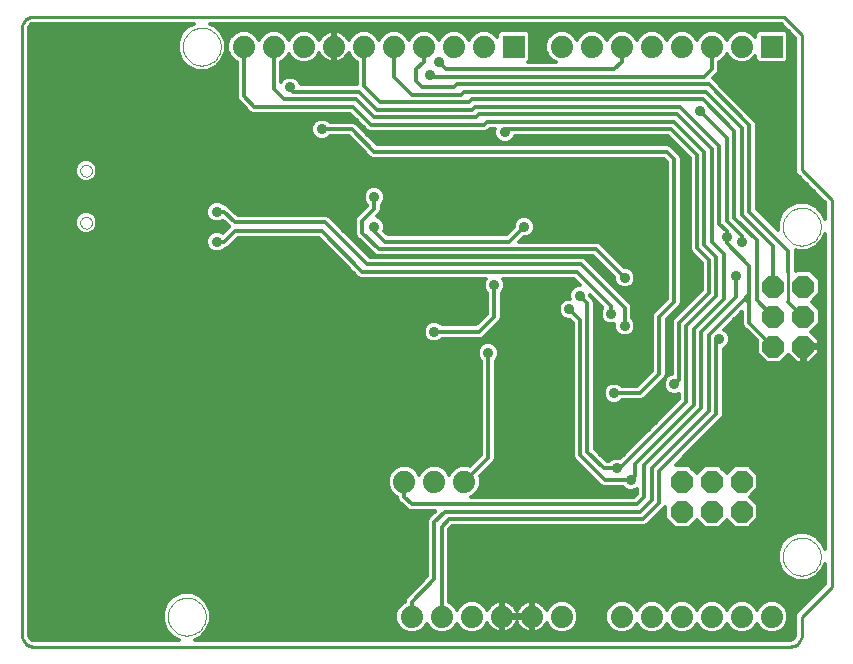
<source format=gbl>
G75*
G70*
%OFA0B0*%
%FSLAX24Y24*%
%IPPOS*%
%LPD*%
%AMOC8*
5,1,8,0,0,1.08239X$1,22.5*
%
%ADD10C,0.0000*%
%ADD11C,0.0100*%
%ADD12C,0.0740*%
%ADD13R,0.0740X0.0740*%
%ADD14OC8,0.0740*%
%ADD15C,0.0120*%
%ADD16C,0.0350*%
D10*
X006069Y002089D02*
X006071Y002139D01*
X006077Y002189D01*
X006087Y002238D01*
X006101Y002286D01*
X006118Y002333D01*
X006139Y002378D01*
X006164Y002422D01*
X006192Y002463D01*
X006224Y002502D01*
X006258Y002539D01*
X006295Y002573D01*
X006335Y002603D01*
X006377Y002630D01*
X006421Y002654D01*
X006467Y002675D01*
X006514Y002691D01*
X006562Y002704D01*
X006612Y002713D01*
X006661Y002718D01*
X006712Y002719D01*
X006762Y002716D01*
X006811Y002709D01*
X006860Y002698D01*
X006908Y002683D01*
X006954Y002665D01*
X006999Y002643D01*
X007042Y002617D01*
X007083Y002588D01*
X007122Y002556D01*
X007158Y002521D01*
X007190Y002483D01*
X007220Y002443D01*
X007247Y002400D01*
X007270Y002356D01*
X007289Y002310D01*
X007305Y002262D01*
X007317Y002213D01*
X007325Y002164D01*
X007329Y002114D01*
X007329Y002064D01*
X007325Y002014D01*
X007317Y001965D01*
X007305Y001916D01*
X007289Y001868D01*
X007270Y001822D01*
X007247Y001778D01*
X007220Y001735D01*
X007190Y001695D01*
X007158Y001657D01*
X007122Y001622D01*
X007083Y001590D01*
X007042Y001561D01*
X006999Y001535D01*
X006954Y001513D01*
X006908Y001495D01*
X006860Y001480D01*
X006811Y001469D01*
X006762Y001462D01*
X006712Y001459D01*
X006661Y001460D01*
X006612Y001465D01*
X006562Y001474D01*
X006514Y001487D01*
X006467Y001503D01*
X006421Y001524D01*
X006377Y001548D01*
X006335Y001575D01*
X006295Y001605D01*
X006258Y001639D01*
X006224Y001676D01*
X006192Y001715D01*
X006164Y001756D01*
X006139Y001800D01*
X006118Y001845D01*
X006101Y001892D01*
X006087Y001940D01*
X006077Y001989D01*
X006071Y002039D01*
X006069Y002089D01*
X003146Y015222D02*
X003148Y015249D01*
X003154Y015276D01*
X003163Y015302D01*
X003176Y015326D01*
X003192Y015349D01*
X003211Y015368D01*
X003233Y015385D01*
X003257Y015399D01*
X003282Y015409D01*
X003309Y015416D01*
X003336Y015419D01*
X003364Y015418D01*
X003391Y015413D01*
X003417Y015405D01*
X003441Y015393D01*
X003464Y015377D01*
X003485Y015359D01*
X003502Y015338D01*
X003517Y015314D01*
X003528Y015289D01*
X003536Y015263D01*
X003540Y015236D01*
X003540Y015208D01*
X003536Y015181D01*
X003528Y015155D01*
X003517Y015130D01*
X003502Y015106D01*
X003485Y015085D01*
X003464Y015067D01*
X003442Y015051D01*
X003417Y015039D01*
X003391Y015031D01*
X003364Y015026D01*
X003336Y015025D01*
X003309Y015028D01*
X003282Y015035D01*
X003257Y015045D01*
X003233Y015059D01*
X003211Y015076D01*
X003192Y015095D01*
X003176Y015118D01*
X003163Y015142D01*
X003154Y015168D01*
X003148Y015195D01*
X003146Y015222D01*
X003146Y016955D02*
X003148Y016982D01*
X003154Y017009D01*
X003163Y017035D01*
X003176Y017059D01*
X003192Y017082D01*
X003211Y017101D01*
X003233Y017118D01*
X003257Y017132D01*
X003282Y017142D01*
X003309Y017149D01*
X003336Y017152D01*
X003364Y017151D01*
X003391Y017146D01*
X003417Y017138D01*
X003441Y017126D01*
X003464Y017110D01*
X003485Y017092D01*
X003502Y017071D01*
X003517Y017047D01*
X003528Y017022D01*
X003536Y016996D01*
X003540Y016969D01*
X003540Y016941D01*
X003536Y016914D01*
X003528Y016888D01*
X003517Y016863D01*
X003502Y016839D01*
X003485Y016818D01*
X003464Y016800D01*
X003442Y016784D01*
X003417Y016772D01*
X003391Y016764D01*
X003364Y016759D01*
X003336Y016758D01*
X003309Y016761D01*
X003282Y016768D01*
X003257Y016778D01*
X003233Y016792D01*
X003211Y016809D01*
X003192Y016828D01*
X003176Y016851D01*
X003163Y016875D01*
X003154Y016901D01*
X003148Y016928D01*
X003146Y016955D01*
X006569Y021089D02*
X006571Y021139D01*
X006577Y021189D01*
X006587Y021238D01*
X006601Y021286D01*
X006618Y021333D01*
X006639Y021378D01*
X006664Y021422D01*
X006692Y021463D01*
X006724Y021502D01*
X006758Y021539D01*
X006795Y021573D01*
X006835Y021603D01*
X006877Y021630D01*
X006921Y021654D01*
X006967Y021675D01*
X007014Y021691D01*
X007062Y021704D01*
X007112Y021713D01*
X007161Y021718D01*
X007212Y021719D01*
X007262Y021716D01*
X007311Y021709D01*
X007360Y021698D01*
X007408Y021683D01*
X007454Y021665D01*
X007499Y021643D01*
X007542Y021617D01*
X007583Y021588D01*
X007622Y021556D01*
X007658Y021521D01*
X007690Y021483D01*
X007720Y021443D01*
X007747Y021400D01*
X007770Y021356D01*
X007789Y021310D01*
X007805Y021262D01*
X007817Y021213D01*
X007825Y021164D01*
X007829Y021114D01*
X007829Y021064D01*
X007825Y021014D01*
X007817Y020965D01*
X007805Y020916D01*
X007789Y020868D01*
X007770Y020822D01*
X007747Y020778D01*
X007720Y020735D01*
X007690Y020695D01*
X007658Y020657D01*
X007622Y020622D01*
X007583Y020590D01*
X007542Y020561D01*
X007499Y020535D01*
X007454Y020513D01*
X007408Y020495D01*
X007360Y020480D01*
X007311Y020469D01*
X007262Y020462D01*
X007212Y020459D01*
X007161Y020460D01*
X007112Y020465D01*
X007062Y020474D01*
X007014Y020487D01*
X006967Y020503D01*
X006921Y020524D01*
X006877Y020548D01*
X006835Y020575D01*
X006795Y020605D01*
X006758Y020639D01*
X006724Y020676D01*
X006692Y020715D01*
X006664Y020756D01*
X006639Y020800D01*
X006618Y020845D01*
X006601Y020892D01*
X006587Y020940D01*
X006577Y020989D01*
X006571Y021039D01*
X006569Y021089D01*
X026569Y015089D02*
X026571Y015139D01*
X026577Y015189D01*
X026587Y015238D01*
X026601Y015286D01*
X026618Y015333D01*
X026639Y015378D01*
X026664Y015422D01*
X026692Y015463D01*
X026724Y015502D01*
X026758Y015539D01*
X026795Y015573D01*
X026835Y015603D01*
X026877Y015630D01*
X026921Y015654D01*
X026967Y015675D01*
X027014Y015691D01*
X027062Y015704D01*
X027112Y015713D01*
X027161Y015718D01*
X027212Y015719D01*
X027262Y015716D01*
X027311Y015709D01*
X027360Y015698D01*
X027408Y015683D01*
X027454Y015665D01*
X027499Y015643D01*
X027542Y015617D01*
X027583Y015588D01*
X027622Y015556D01*
X027658Y015521D01*
X027690Y015483D01*
X027720Y015443D01*
X027747Y015400D01*
X027770Y015356D01*
X027789Y015310D01*
X027805Y015262D01*
X027817Y015213D01*
X027825Y015164D01*
X027829Y015114D01*
X027829Y015064D01*
X027825Y015014D01*
X027817Y014965D01*
X027805Y014916D01*
X027789Y014868D01*
X027770Y014822D01*
X027747Y014778D01*
X027720Y014735D01*
X027690Y014695D01*
X027658Y014657D01*
X027622Y014622D01*
X027583Y014590D01*
X027542Y014561D01*
X027499Y014535D01*
X027454Y014513D01*
X027408Y014495D01*
X027360Y014480D01*
X027311Y014469D01*
X027262Y014462D01*
X027212Y014459D01*
X027161Y014460D01*
X027112Y014465D01*
X027062Y014474D01*
X027014Y014487D01*
X026967Y014503D01*
X026921Y014524D01*
X026877Y014548D01*
X026835Y014575D01*
X026795Y014605D01*
X026758Y014639D01*
X026724Y014676D01*
X026692Y014715D01*
X026664Y014756D01*
X026639Y014800D01*
X026618Y014845D01*
X026601Y014892D01*
X026587Y014940D01*
X026577Y014989D01*
X026571Y015039D01*
X026569Y015089D01*
X026569Y004089D02*
X026571Y004139D01*
X026577Y004189D01*
X026587Y004238D01*
X026601Y004286D01*
X026618Y004333D01*
X026639Y004378D01*
X026664Y004422D01*
X026692Y004463D01*
X026724Y004502D01*
X026758Y004539D01*
X026795Y004573D01*
X026835Y004603D01*
X026877Y004630D01*
X026921Y004654D01*
X026967Y004675D01*
X027014Y004691D01*
X027062Y004704D01*
X027112Y004713D01*
X027161Y004718D01*
X027212Y004719D01*
X027262Y004716D01*
X027311Y004709D01*
X027360Y004698D01*
X027408Y004683D01*
X027454Y004665D01*
X027499Y004643D01*
X027542Y004617D01*
X027583Y004588D01*
X027622Y004556D01*
X027658Y004521D01*
X027690Y004483D01*
X027720Y004443D01*
X027747Y004400D01*
X027770Y004356D01*
X027789Y004310D01*
X027805Y004262D01*
X027817Y004213D01*
X027825Y004164D01*
X027829Y004114D01*
X027829Y004064D01*
X027825Y004014D01*
X027817Y003965D01*
X027805Y003916D01*
X027789Y003868D01*
X027770Y003822D01*
X027747Y003778D01*
X027720Y003735D01*
X027690Y003695D01*
X027658Y003657D01*
X027622Y003622D01*
X027583Y003590D01*
X027542Y003561D01*
X027499Y003535D01*
X027454Y003513D01*
X027408Y003495D01*
X027360Y003480D01*
X027311Y003469D01*
X027262Y003462D01*
X027212Y003459D01*
X027161Y003460D01*
X027112Y003465D01*
X027062Y003474D01*
X027014Y003487D01*
X026967Y003503D01*
X026921Y003524D01*
X026877Y003548D01*
X026835Y003575D01*
X026795Y003605D01*
X026758Y003639D01*
X026724Y003676D01*
X026692Y003715D01*
X026664Y003756D01*
X026639Y003800D01*
X026618Y003845D01*
X026601Y003892D01*
X026587Y003940D01*
X026577Y003989D01*
X026571Y004039D01*
X026569Y004089D01*
D11*
X026806Y001089D02*
X001593Y001089D01*
X001593Y001088D02*
X001554Y001090D01*
X001516Y001096D01*
X001479Y001105D01*
X001442Y001118D01*
X001407Y001135D01*
X001374Y001154D01*
X001343Y001177D01*
X001314Y001203D01*
X001288Y001232D01*
X001265Y001263D01*
X001246Y001296D01*
X001229Y001331D01*
X001216Y001368D01*
X001207Y001405D01*
X001201Y001443D01*
X001199Y001482D01*
X001199Y021695D01*
X001201Y021734D01*
X001207Y021772D01*
X001216Y021809D01*
X001229Y021846D01*
X001246Y021881D01*
X001265Y021914D01*
X001288Y021945D01*
X001314Y021974D01*
X001343Y022000D01*
X001374Y022023D01*
X001407Y022042D01*
X001442Y022059D01*
X001479Y022072D01*
X001516Y022081D01*
X001554Y022087D01*
X001593Y022089D01*
X026599Y022089D01*
X027199Y021489D01*
X027199Y016989D01*
X028199Y015989D01*
X028199Y003089D01*
X027199Y002089D01*
X027199Y001482D01*
X027200Y001482D02*
X027198Y001443D01*
X027192Y001405D01*
X027183Y001368D01*
X027170Y001331D01*
X027153Y001296D01*
X027134Y001263D01*
X027111Y001232D01*
X027085Y001203D01*
X027056Y001177D01*
X027025Y001154D01*
X026992Y001135D01*
X026957Y001118D01*
X026920Y001105D01*
X026883Y001096D01*
X026845Y001090D01*
X026806Y001088D01*
X026749Y012589D02*
X026749Y013589D01*
D12*
X025199Y021089D03*
X024199Y021089D03*
X023199Y021089D03*
X022199Y021089D03*
X021199Y021089D03*
X020199Y021089D03*
X019199Y021089D03*
X016599Y021089D03*
X015599Y021089D03*
X014599Y021089D03*
X013599Y021089D03*
X012599Y021089D03*
X011599Y021089D03*
X010599Y021089D03*
X009599Y021089D03*
X008599Y021089D03*
X013949Y006589D03*
X014949Y006589D03*
X015949Y006589D03*
X016199Y002089D03*
X017199Y002089D03*
X018199Y002089D03*
X019199Y002089D03*
X021199Y002089D03*
X022199Y002089D03*
X023199Y002089D03*
X024199Y002089D03*
X025199Y002089D03*
X026199Y002089D03*
X015199Y002089D03*
X014199Y002089D03*
D13*
X017599Y021089D03*
X026199Y021089D03*
D14*
X026249Y013089D03*
X027249Y013089D03*
X027249Y012089D03*
X026249Y012089D03*
X026249Y011089D03*
X027249Y011089D03*
X025199Y006589D03*
X024199Y006589D03*
X023199Y006589D03*
X023199Y005589D03*
X024199Y005589D03*
X025199Y005589D03*
D15*
X025749Y005593D02*
X027969Y005593D01*
X027969Y005475D02*
X025749Y005475D01*
X025749Y005361D02*
X025749Y005816D01*
X025477Y006088D01*
X025749Y006361D01*
X025749Y006816D01*
X025427Y007138D01*
X024972Y007138D01*
X024699Y006866D01*
X024427Y007138D01*
X023972Y007138D01*
X023699Y006866D01*
X023427Y007138D01*
X022989Y007138D01*
X024485Y008635D01*
X024553Y008703D01*
X024589Y008791D01*
X024589Y011012D01*
X024650Y011038D01*
X024750Y011137D01*
X024804Y011268D01*
X024804Y011409D01*
X024750Y011540D01*
X024650Y011639D01*
X024607Y011657D01*
X025209Y012259D01*
X025209Y011841D01*
X025246Y011753D01*
X025313Y011685D01*
X025313Y011685D01*
X025699Y011299D01*
X025699Y010861D01*
X026022Y010539D01*
X026477Y010539D01*
X026764Y010825D01*
X027030Y010559D01*
X027209Y010559D01*
X027209Y011048D01*
X027289Y011048D01*
X027289Y010559D01*
X027469Y010559D01*
X027779Y010869D01*
X027779Y011048D01*
X027290Y011048D01*
X027290Y011129D01*
X027779Y011129D01*
X027779Y011308D01*
X027513Y011574D01*
X027799Y011861D01*
X027799Y012316D01*
X027527Y012589D01*
X027799Y012861D01*
X027799Y013316D01*
X027477Y013638D01*
X027022Y013638D01*
X026989Y013606D01*
X026989Y014299D01*
X027038Y014279D01*
X027360Y014279D01*
X027658Y014402D01*
X027886Y014630D01*
X027969Y014831D01*
X027969Y004346D01*
X027886Y004547D01*
X027658Y004775D01*
X027360Y004898D01*
X027038Y004898D01*
X026741Y004775D01*
X026513Y004547D01*
X026389Y004250D01*
X026389Y003927D01*
X026513Y003630D01*
X026741Y003402D01*
X027038Y003279D01*
X027360Y003279D01*
X027658Y003402D01*
X027886Y003630D01*
X027969Y003831D01*
X027969Y003184D01*
X027104Y002318D01*
X026969Y002184D01*
X026969Y001577D01*
X026969Y001482D01*
X026966Y001450D01*
X026942Y001391D01*
X026897Y001346D01*
X026838Y001322D01*
X026806Y001318D01*
X006957Y001318D01*
X007158Y001402D01*
X007386Y001630D01*
X007509Y001927D01*
X007509Y002250D01*
X007386Y002547D01*
X007158Y002775D01*
X006860Y002898D01*
X006538Y002898D01*
X006241Y002775D01*
X006013Y002547D01*
X005889Y002250D01*
X005889Y001927D01*
X006013Y001630D01*
X006241Y001402D01*
X006442Y001318D01*
X001688Y001318D01*
X001593Y001318D01*
X001561Y001322D01*
X001502Y001346D01*
X001457Y001391D01*
X001432Y001450D01*
X001429Y001482D01*
X001429Y021600D01*
X001429Y021695D01*
X001432Y021727D01*
X001457Y021786D01*
X001502Y021831D01*
X001561Y021855D01*
X001593Y021859D01*
X006942Y021859D01*
X006741Y021775D01*
X006513Y021547D01*
X006389Y021250D01*
X006389Y020927D01*
X006513Y020630D01*
X006741Y020402D01*
X007038Y020279D01*
X007360Y020279D01*
X007658Y020402D01*
X007886Y020630D01*
X008009Y020927D01*
X008009Y021250D01*
X007886Y021547D01*
X007658Y021775D01*
X007457Y021859D01*
X026504Y021859D01*
X026969Y021393D01*
X026969Y016893D01*
X027104Y016759D01*
X027969Y015893D01*
X027969Y015346D01*
X027886Y015547D01*
X027658Y015775D01*
X027360Y015898D01*
X027038Y015898D01*
X026741Y015775D01*
X026513Y015547D01*
X026389Y015250D01*
X026389Y014988D01*
X025689Y015688D01*
X025689Y018536D01*
X025653Y018624D01*
X025585Y018692D01*
X024239Y020038D01*
X024403Y020203D01*
X024439Y020291D01*
X024439Y020386D01*
X024439Y020593D01*
X024511Y020622D01*
X024666Y020777D01*
X024699Y020858D01*
X024733Y020777D01*
X024888Y020622D01*
X025090Y020539D01*
X025309Y020539D01*
X025511Y020622D01*
X025649Y020761D01*
X025649Y020644D01*
X025755Y020539D01*
X026644Y020539D01*
X026749Y020644D01*
X026749Y021533D01*
X026644Y021638D01*
X025755Y021638D01*
X025649Y021533D01*
X025649Y021416D01*
X025511Y021555D01*
X025309Y021638D01*
X025090Y021638D01*
X024888Y021555D01*
X024733Y021400D01*
X024699Y021319D01*
X024666Y021400D01*
X024511Y021555D01*
X024309Y021638D01*
X024090Y021638D01*
X023888Y021555D01*
X023733Y021400D01*
X023699Y021319D01*
X023666Y021400D01*
X023511Y021555D01*
X023309Y021638D01*
X023090Y021638D01*
X022888Y021555D01*
X022733Y021400D01*
X022699Y021319D01*
X022666Y021400D01*
X022511Y021555D01*
X022309Y021638D01*
X022090Y021638D01*
X021888Y021555D01*
X021733Y021400D01*
X021699Y021319D01*
X021666Y021400D01*
X021511Y021555D01*
X021309Y021638D01*
X021090Y021638D01*
X020888Y021555D01*
X020733Y021400D01*
X020699Y021319D01*
X020666Y021400D01*
X020511Y021555D01*
X020309Y021638D01*
X020090Y021638D01*
X019888Y021555D01*
X019733Y021400D01*
X019699Y021319D01*
X019666Y021400D01*
X019511Y021555D01*
X019309Y021638D01*
X019090Y021638D01*
X018888Y021555D01*
X018733Y021400D01*
X018649Y021198D01*
X018649Y020979D01*
X018733Y020777D01*
X018888Y020622D01*
X018994Y020578D01*
X018084Y020578D01*
X018149Y020644D01*
X018149Y021533D01*
X018044Y021638D01*
X017155Y021638D01*
X017049Y021533D01*
X017049Y021416D01*
X016911Y021555D01*
X016709Y021638D01*
X016490Y021638D01*
X016288Y021555D01*
X016133Y021400D01*
X016099Y021319D01*
X016066Y021400D01*
X015911Y021555D01*
X015709Y021638D01*
X015490Y021638D01*
X015288Y021555D01*
X015133Y021400D01*
X015099Y021319D01*
X015066Y021400D01*
X014911Y021555D01*
X014709Y021638D01*
X014490Y021638D01*
X014288Y021555D01*
X014133Y021400D01*
X014099Y021319D01*
X014066Y021400D01*
X013911Y021555D01*
X013709Y021638D01*
X013490Y021638D01*
X013288Y021555D01*
X013133Y021400D01*
X013099Y021319D01*
X013066Y021400D01*
X012911Y021555D01*
X012709Y021638D01*
X012490Y021638D01*
X012288Y021555D01*
X012133Y021400D01*
X012089Y021294D01*
X012053Y021366D01*
X012004Y021434D01*
X011945Y021493D01*
X011877Y021542D01*
X011803Y021580D01*
X011723Y021605D01*
X011641Y021618D01*
X011639Y021618D01*
X011639Y021129D01*
X011559Y021129D01*
X011559Y021618D01*
X011558Y021618D01*
X011475Y021605D01*
X011396Y021580D01*
X011322Y021542D01*
X011254Y021493D01*
X011195Y021434D01*
X011146Y021366D01*
X011109Y021294D01*
X011066Y021400D01*
X010911Y021555D01*
X010709Y021638D01*
X010490Y021638D01*
X010288Y021555D01*
X010133Y021400D01*
X010099Y021319D01*
X010066Y021400D01*
X009911Y021555D01*
X009709Y021638D01*
X009490Y021638D01*
X009288Y021555D01*
X009133Y021400D01*
X009099Y021319D01*
X009066Y021400D01*
X008911Y021555D01*
X008709Y021638D01*
X008490Y021638D01*
X008288Y021555D01*
X008133Y021400D01*
X008049Y021198D01*
X008049Y020979D01*
X008133Y020777D01*
X008288Y020622D01*
X008359Y020593D01*
X008359Y019486D01*
X008359Y019391D01*
X008396Y019303D01*
X008746Y018953D01*
X008813Y018885D01*
X008902Y018849D01*
X012150Y018849D01*
X012646Y018353D01*
X012713Y018285D01*
X012802Y018249D01*
X016552Y018249D01*
X016647Y018249D01*
X016735Y018285D01*
X016799Y018349D01*
X016961Y018349D01*
X016944Y018309D01*
X016944Y018168D01*
X016998Y018037D01*
X017098Y017938D01*
X017229Y017884D01*
X017370Y017884D01*
X017500Y017938D01*
X017600Y018037D01*
X017626Y018099D01*
X022750Y018099D01*
X023459Y017389D01*
X023459Y014436D01*
X023459Y014341D01*
X023496Y014253D01*
X023859Y013889D01*
X023859Y012988D01*
X022963Y012092D01*
X022896Y012024D01*
X022859Y011936D01*
X022859Y010185D01*
X022748Y010139D01*
X022648Y010040D01*
X022594Y009909D01*
X022594Y009768D01*
X022648Y009637D01*
X022748Y009538D01*
X022879Y009484D01*
X023020Y009484D01*
X023109Y009521D01*
X023109Y009338D01*
X021152Y007380D01*
X021120Y007393D01*
X020979Y007393D01*
X020848Y007339D01*
X020787Y007278D01*
X020699Y007278D01*
X020289Y007688D01*
X020289Y012491D01*
X020289Y012586D01*
X020253Y012674D01*
X020154Y012773D01*
X020154Y012794D01*
X020554Y012395D01*
X020548Y012390D01*
X020494Y012259D01*
X020494Y012118D01*
X020548Y011987D01*
X020648Y011888D01*
X020779Y011834D01*
X020920Y011834D01*
X020944Y011844D01*
X020944Y011718D01*
X020998Y011587D01*
X021098Y011488D01*
X021229Y011434D01*
X021370Y011434D01*
X021500Y011488D01*
X021600Y011587D01*
X021654Y011718D01*
X021654Y011859D01*
X021600Y011990D01*
X021539Y012051D01*
X021539Y012436D01*
X021503Y012524D01*
X021435Y012592D01*
X019985Y014042D01*
X019897Y014078D01*
X019802Y014078D01*
X012799Y014078D01*
X011435Y015442D01*
X011347Y015478D01*
X011252Y015478D01*
X008399Y015478D01*
X008085Y015792D01*
X007997Y015828D01*
X007961Y015828D01*
X007900Y015889D01*
X007770Y015943D01*
X007629Y015943D01*
X007498Y015889D01*
X007398Y015790D01*
X007344Y015659D01*
X007344Y015518D01*
X007398Y015387D01*
X007498Y015288D01*
X007629Y015234D01*
X007770Y015234D01*
X007900Y015288D01*
X007906Y015293D01*
X008096Y015103D01*
X008110Y015089D01*
X008096Y015074D01*
X007906Y014884D01*
X007900Y014889D01*
X007770Y014943D01*
X007629Y014943D01*
X007498Y014889D01*
X007398Y014790D01*
X007344Y014659D01*
X007344Y014518D01*
X007398Y014387D01*
X007498Y014288D01*
X007629Y014234D01*
X007770Y014234D01*
X007900Y014288D01*
X007961Y014349D01*
X007997Y014349D01*
X008085Y014385D01*
X008399Y014699D01*
X011100Y014699D01*
X012346Y013453D01*
X012346Y013453D01*
X012413Y013385D01*
X012502Y013349D01*
X016657Y013349D01*
X016648Y013340D01*
X016594Y013209D01*
X016594Y013068D01*
X016648Y012937D01*
X016709Y012876D01*
X016709Y012188D01*
X016350Y011828D01*
X015211Y011828D01*
X015150Y011889D01*
X015020Y011943D01*
X014879Y011943D01*
X014748Y011889D01*
X014648Y011790D01*
X014594Y011659D01*
X014594Y011518D01*
X014648Y011387D01*
X014748Y011288D01*
X014879Y011234D01*
X015020Y011234D01*
X015150Y011288D01*
X015211Y011349D01*
X016497Y011349D01*
X016585Y011385D01*
X016653Y011453D01*
X017153Y011953D01*
X017189Y012041D01*
X017189Y012136D01*
X017189Y012876D01*
X017250Y012937D01*
X017304Y013068D01*
X017304Y013209D01*
X017250Y013340D01*
X017241Y013349D01*
X019600Y013349D01*
X019805Y013143D01*
X019729Y013143D01*
X019598Y013089D01*
X019498Y012990D01*
X019444Y012859D01*
X019444Y012718D01*
X019455Y012693D01*
X019379Y012693D01*
X019248Y012639D01*
X019148Y012540D01*
X019094Y012409D01*
X019094Y012268D01*
X019148Y012137D01*
X019248Y012038D01*
X019379Y011984D01*
X019465Y011984D01*
X019559Y011889D01*
X019559Y007441D01*
X019596Y007353D01*
X019663Y007285D01*
X020446Y006503D01*
X020513Y006435D01*
X020602Y006399D01*
X021237Y006399D01*
X021298Y006338D01*
X021429Y006284D01*
X021570Y006284D01*
X021700Y006338D01*
X021709Y006347D01*
X021709Y006188D01*
X021600Y006078D01*
X016155Y006078D01*
X016261Y006122D01*
X016416Y006277D01*
X016499Y006479D01*
X016499Y006698D01*
X016470Y006769D01*
X016953Y007253D01*
X019696Y007253D01*
X019588Y007371D02*
X016989Y007371D01*
X016989Y007341D02*
X016989Y007436D01*
X016989Y010626D01*
X017050Y010687D01*
X017104Y010818D01*
X017104Y010959D01*
X017050Y011090D01*
X016950Y011189D01*
X016820Y011243D01*
X016679Y011243D01*
X016548Y011189D01*
X016448Y011090D01*
X016394Y010959D01*
X016394Y010818D01*
X016448Y010687D01*
X016509Y010626D01*
X016509Y007488D01*
X016130Y007109D01*
X016059Y007138D01*
X015840Y007138D01*
X015638Y007055D01*
X015483Y006900D01*
X015449Y006819D01*
X015416Y006900D01*
X015261Y007055D01*
X015059Y007138D01*
X014840Y007138D01*
X014638Y007055D01*
X014483Y006900D01*
X014449Y006819D01*
X014416Y006900D01*
X014261Y007055D01*
X014059Y007138D01*
X013840Y007138D01*
X013638Y007055D01*
X013483Y006900D01*
X013399Y006698D01*
X013399Y006479D01*
X013483Y006277D01*
X013638Y006122D01*
X013709Y006093D01*
X013709Y006041D01*
X013746Y005953D01*
X013813Y005885D01*
X013813Y005885D01*
X013996Y005703D01*
X013996Y005703D01*
X014063Y005635D01*
X014152Y005599D01*
X014970Y005599D01*
X014813Y005442D01*
X014746Y005374D01*
X014709Y005286D01*
X014709Y003438D01*
X014063Y002792D01*
X013996Y002724D01*
X013959Y002636D01*
X013959Y002584D01*
X013888Y002555D01*
X013733Y002400D01*
X013649Y002198D01*
X013649Y001979D01*
X013733Y001777D01*
X013888Y001622D01*
X014090Y001539D01*
X014309Y001539D01*
X014511Y001622D01*
X014666Y001777D01*
X014699Y001858D01*
X014733Y001777D01*
X014888Y001622D01*
X015090Y001539D01*
X015309Y001539D01*
X015511Y001622D01*
X015666Y001777D01*
X015699Y001858D01*
X015733Y001777D01*
X015888Y001622D01*
X016090Y001539D01*
X016309Y001539D01*
X016511Y001622D01*
X016666Y001777D01*
X016709Y001883D01*
X016746Y001811D01*
X016795Y001743D01*
X016854Y001684D01*
X016922Y001635D01*
X016996Y001597D01*
X017075Y001572D01*
X017158Y001559D01*
X017159Y001559D01*
X017159Y002048D01*
X017239Y002048D01*
X017239Y001559D01*
X017241Y001559D01*
X017323Y001572D01*
X017403Y001597D01*
X017477Y001635D01*
X017545Y001684D01*
X017604Y001743D01*
X017653Y001811D01*
X017691Y001885D01*
X017699Y001912D01*
X017708Y001885D01*
X017746Y001811D01*
X017795Y001743D01*
X017854Y001684D01*
X017922Y001635D01*
X017996Y001597D01*
X018075Y001572D01*
X018158Y001559D01*
X018159Y001559D01*
X018159Y002048D01*
X018239Y002048D01*
X018239Y001559D01*
X018241Y001559D01*
X018323Y001572D01*
X018403Y001597D01*
X018477Y001635D01*
X018545Y001684D01*
X018604Y001743D01*
X018653Y001811D01*
X018689Y001883D01*
X018733Y001777D01*
X018888Y001622D01*
X019090Y001539D01*
X019309Y001539D01*
X019511Y001622D01*
X019666Y001777D01*
X019749Y001979D01*
X019749Y002198D01*
X019666Y002400D01*
X019511Y002555D01*
X019309Y002638D01*
X019090Y002638D01*
X018888Y002555D01*
X018733Y002400D01*
X018689Y002294D01*
X018653Y002366D01*
X018604Y002434D01*
X018545Y002493D01*
X018477Y002542D01*
X018403Y002580D01*
X018323Y002605D01*
X018241Y002618D01*
X018239Y002618D01*
X018239Y002129D01*
X018159Y002129D01*
X018159Y002618D01*
X018158Y002618D01*
X018075Y002605D01*
X017996Y002580D01*
X017922Y002542D01*
X017854Y002493D01*
X017795Y002434D01*
X017746Y002366D01*
X017708Y002292D01*
X017699Y002265D01*
X017691Y002292D01*
X017653Y002366D01*
X017604Y002434D01*
X017545Y002493D01*
X017477Y002542D01*
X017403Y002580D01*
X017323Y002605D01*
X017241Y002618D01*
X017239Y002618D01*
X017239Y002129D01*
X017159Y002129D01*
X017159Y002618D01*
X017158Y002618D01*
X017075Y002605D01*
X016996Y002580D01*
X016922Y002542D01*
X016854Y002493D01*
X016795Y002434D01*
X016746Y002366D01*
X016709Y002294D01*
X016666Y002400D01*
X016511Y002555D01*
X016309Y002638D01*
X016090Y002638D01*
X015888Y002555D01*
X015733Y002400D01*
X015699Y002319D01*
X015666Y002400D01*
X015511Y002555D01*
X015439Y002584D01*
X015439Y004989D01*
X015549Y005099D01*
X021947Y005099D01*
X022035Y005135D01*
X022103Y005203D01*
X022649Y005749D01*
X022649Y005361D01*
X022972Y005039D01*
X023427Y005039D01*
X023699Y005311D01*
X023972Y005039D01*
X024427Y005039D01*
X024699Y005311D01*
X024972Y005039D01*
X025427Y005039D01*
X025749Y005361D01*
X025745Y005356D02*
X027969Y005356D01*
X027969Y005238D02*
X025626Y005238D01*
X025508Y005119D02*
X027969Y005119D01*
X027969Y005000D02*
X015451Y005000D01*
X015439Y004882D02*
X026998Y004882D01*
X026729Y004763D02*
X015439Y004763D01*
X015439Y004645D02*
X026610Y004645D01*
X026504Y004526D02*
X015439Y004526D01*
X015439Y004408D02*
X026455Y004408D01*
X026406Y004289D02*
X015439Y004289D01*
X015439Y004171D02*
X026389Y004171D01*
X026389Y004052D02*
X015439Y004052D01*
X015439Y003934D02*
X026389Y003934D01*
X026436Y003815D02*
X015439Y003815D01*
X015439Y003696D02*
X026485Y003696D01*
X026565Y003578D02*
X015439Y003578D01*
X015439Y003459D02*
X026683Y003459D01*
X026888Y003341D02*
X015439Y003341D01*
X015439Y003222D02*
X027969Y003222D01*
X027969Y003341D02*
X027511Y003341D01*
X027716Y003459D02*
X027969Y003459D01*
X027969Y003578D02*
X027834Y003578D01*
X027914Y003696D02*
X027969Y003696D01*
X027963Y003815D02*
X027969Y003815D01*
X027944Y004408D02*
X027969Y004408D01*
X027969Y004526D02*
X027895Y004526D01*
X027969Y004645D02*
X027788Y004645D01*
X027670Y004763D02*
X027969Y004763D01*
X027969Y004882D02*
X027400Y004882D01*
X027969Y005712D02*
X025749Y005712D01*
X025735Y005830D02*
X027969Y005830D01*
X027969Y005949D02*
X025617Y005949D01*
X025498Y006067D02*
X027969Y006067D01*
X027969Y006186D02*
X025575Y006186D01*
X025693Y006304D02*
X027969Y006304D01*
X027969Y006423D02*
X025749Y006423D01*
X025749Y006541D02*
X027969Y006541D01*
X027969Y006660D02*
X025749Y006660D01*
X025749Y006779D02*
X027969Y006779D01*
X027969Y006897D02*
X025669Y006897D01*
X025550Y007016D02*
X027969Y007016D01*
X027969Y007134D02*
X025431Y007134D01*
X024967Y007134D02*
X024431Y007134D01*
X024550Y007016D02*
X024849Y007016D01*
X024730Y006897D02*
X024669Y006897D01*
X023967Y007134D02*
X023431Y007134D01*
X023550Y007016D02*
X023849Y007016D01*
X023730Y006897D02*
X023669Y006897D01*
X023222Y007371D02*
X027969Y007371D01*
X027969Y007253D02*
X023103Y007253D01*
X023340Y007490D02*
X027969Y007490D01*
X027969Y007608D02*
X023459Y007608D01*
X023577Y007727D02*
X027969Y007727D01*
X027969Y007845D02*
X023696Y007845D01*
X023814Y007964D02*
X027969Y007964D01*
X027969Y008083D02*
X023933Y008083D01*
X024051Y008201D02*
X027969Y008201D01*
X027969Y008320D02*
X024170Y008320D01*
X024288Y008438D02*
X027969Y008438D01*
X027969Y008557D02*
X024407Y008557D01*
X024526Y008675D02*
X027969Y008675D01*
X027969Y008794D02*
X024589Y008794D01*
X024589Y008912D02*
X027969Y008912D01*
X027969Y009031D02*
X024589Y009031D01*
X024589Y009149D02*
X027969Y009149D01*
X027969Y009268D02*
X024589Y009268D01*
X024589Y009387D02*
X027969Y009387D01*
X027969Y009505D02*
X024589Y009505D01*
X024589Y009624D02*
X027969Y009624D01*
X027969Y009742D02*
X024589Y009742D01*
X024589Y009861D02*
X027969Y009861D01*
X027969Y009979D02*
X024589Y009979D01*
X024589Y010098D02*
X027969Y010098D01*
X027969Y010216D02*
X024589Y010216D01*
X024589Y010335D02*
X027969Y010335D01*
X027969Y010453D02*
X024589Y010453D01*
X024589Y010572D02*
X025988Y010572D01*
X025870Y010691D02*
X024589Y010691D01*
X024589Y010809D02*
X025751Y010809D01*
X025699Y010928D02*
X024589Y010928D01*
X024659Y011046D02*
X025699Y011046D01*
X025699Y011165D02*
X024762Y011165D01*
X024804Y011283D02*
X025699Y011283D01*
X025597Y011402D02*
X024804Y011402D01*
X024758Y011520D02*
X025478Y011520D01*
X025360Y011639D02*
X024651Y011639D01*
X024708Y011757D02*
X025244Y011757D01*
X025209Y011876D02*
X024826Y011876D01*
X024945Y011994D02*
X025209Y011994D01*
X025209Y012113D02*
X025063Y012113D01*
X025182Y012232D02*
X025209Y012232D01*
X025449Y012539D02*
X025449Y011889D01*
X026249Y011089D01*
X026629Y010691D02*
X026898Y010691D01*
X026779Y010809D02*
X026748Y010809D01*
X026511Y010572D02*
X027016Y010572D01*
X027209Y010572D02*
X027289Y010572D01*
X027289Y010691D02*
X027209Y010691D01*
X027209Y010809D02*
X027289Y010809D01*
X027289Y010928D02*
X027209Y010928D01*
X027209Y011046D02*
X027289Y011046D01*
X027601Y010691D02*
X027969Y010691D01*
X027969Y010809D02*
X027719Y010809D01*
X027779Y010928D02*
X027969Y010928D01*
X027969Y011046D02*
X027779Y011046D01*
X027779Y011165D02*
X027969Y011165D01*
X027969Y011283D02*
X027779Y011283D01*
X027686Y011402D02*
X027969Y011402D01*
X027969Y011520D02*
X027567Y011520D01*
X027577Y011639D02*
X027969Y011639D01*
X027969Y011757D02*
X027696Y011757D01*
X027799Y011876D02*
X027969Y011876D01*
X027969Y011994D02*
X027799Y011994D01*
X027799Y012113D02*
X027969Y012113D01*
X027969Y012232D02*
X027799Y012232D01*
X027766Y012350D02*
X027969Y012350D01*
X027969Y012469D02*
X027647Y012469D01*
X027528Y012587D02*
X027969Y012587D01*
X027969Y012706D02*
X027644Y012706D01*
X027763Y012824D02*
X027969Y012824D01*
X027969Y012943D02*
X027799Y012943D01*
X027799Y013061D02*
X027969Y013061D01*
X027969Y013180D02*
X027799Y013180D01*
X027799Y013298D02*
X027969Y013298D01*
X027969Y013417D02*
X027699Y013417D01*
X027580Y013536D02*
X027969Y013536D01*
X027969Y013654D02*
X026989Y013654D01*
X026989Y013773D02*
X027969Y013773D01*
X027969Y013891D02*
X026989Y013891D01*
X026989Y014010D02*
X027969Y014010D01*
X027969Y014128D02*
X026989Y014128D01*
X026989Y014247D02*
X027969Y014247D01*
X027969Y014365D02*
X027570Y014365D01*
X027740Y014484D02*
X027969Y014484D01*
X027969Y014602D02*
X027859Y014602D01*
X027924Y014721D02*
X027969Y014721D01*
X027934Y015432D02*
X027969Y015432D01*
X027969Y015551D02*
X027882Y015551D01*
X027969Y015669D02*
X027764Y015669D01*
X027627Y015788D02*
X027969Y015788D01*
X027956Y015906D02*
X025689Y015906D01*
X025689Y015788D02*
X026771Y015788D01*
X026635Y015669D02*
X025708Y015669D01*
X025826Y015551D02*
X026516Y015551D01*
X026465Y015432D02*
X025945Y015432D01*
X026064Y015314D02*
X026416Y015314D01*
X026389Y015195D02*
X026182Y015195D01*
X026301Y015077D02*
X026389Y015077D01*
X026249Y014439D02*
X025199Y015489D01*
X025199Y018389D01*
X023999Y019589D01*
X015949Y019589D01*
X015849Y019489D01*
X014199Y019489D01*
X013599Y020089D01*
X013599Y021089D01*
X013211Y021478D02*
X012988Y021478D01*
X013082Y021359D02*
X013116Y021359D01*
X013389Y021596D02*
X012810Y021596D01*
X012389Y021596D02*
X011751Y021596D01*
X011639Y021596D02*
X011559Y021596D01*
X011448Y021596D02*
X010810Y021596D01*
X010988Y021478D02*
X011239Y021478D01*
X011143Y021359D02*
X011082Y021359D01*
X011109Y020883D02*
X011146Y020811D01*
X011195Y020743D01*
X011254Y020684D01*
X011322Y020635D01*
X011396Y020597D01*
X011475Y020572D01*
X011558Y020559D01*
X011559Y020559D01*
X011559Y021048D01*
X011639Y021048D01*
X011639Y020559D01*
X011641Y020559D01*
X011723Y020572D01*
X011803Y020597D01*
X011877Y020635D01*
X011945Y020684D01*
X012004Y020743D01*
X012053Y020811D01*
X012089Y020883D01*
X012133Y020777D01*
X012288Y020622D01*
X012359Y020593D01*
X012359Y019836D01*
X012359Y019828D01*
X010496Y019828D01*
X010450Y019940D01*
X010350Y020039D01*
X010220Y020093D01*
X010079Y020093D01*
X009948Y020039D01*
X009848Y019940D01*
X009839Y019918D01*
X009839Y020593D01*
X009911Y020622D01*
X010066Y020777D01*
X010099Y020858D01*
X010133Y020777D01*
X010288Y020622D01*
X010490Y020539D01*
X010709Y020539D01*
X010911Y020622D01*
X011066Y020777D01*
X011109Y020883D01*
X011055Y020767D02*
X011178Y020767D01*
X011304Y020648D02*
X010937Y020648D01*
X011559Y020648D02*
X011639Y020648D01*
X011639Y020767D02*
X011559Y020767D01*
X011559Y020885D02*
X011639Y020885D01*
X011639Y021004D02*
X011559Y021004D01*
X011559Y021241D02*
X011639Y021241D01*
X011639Y021359D02*
X011559Y021359D01*
X011559Y021478D02*
X011639Y021478D01*
X011959Y021478D02*
X012211Y021478D01*
X012116Y021359D02*
X012056Y021359D01*
X012599Y021089D02*
X012599Y019789D01*
X013149Y019239D01*
X016099Y019239D01*
X016199Y019339D01*
X023899Y019339D01*
X024949Y018289D01*
X024949Y015389D01*
X025699Y014639D01*
X025699Y012639D01*
X026249Y012089D01*
X026749Y012589D02*
X027249Y012089D01*
X026249Y013089D02*
X026249Y014439D01*
X026749Y014289D02*
X026749Y013589D01*
X026749Y014289D02*
X025449Y015589D01*
X025449Y018489D01*
X024099Y019839D01*
X015699Y019839D01*
X015599Y019739D01*
X014549Y019739D01*
X014349Y019939D01*
X014349Y020339D01*
X014599Y020589D01*
X014599Y021089D01*
X014211Y021478D02*
X013988Y021478D01*
X014082Y021359D02*
X014116Y021359D01*
X014389Y021596D02*
X013810Y021596D01*
X014810Y021596D02*
X015389Y021596D01*
X015211Y021478D02*
X014988Y021478D01*
X015082Y021359D02*
X015116Y021359D01*
X015810Y021596D02*
X016389Y021596D01*
X016211Y021478D02*
X015988Y021478D01*
X016082Y021359D02*
X016116Y021359D01*
X016810Y021596D02*
X017113Y021596D01*
X017049Y021478D02*
X016988Y021478D01*
X018086Y021596D02*
X018989Y021596D01*
X018811Y021478D02*
X018149Y021478D01*
X018149Y021359D02*
X018716Y021359D01*
X018667Y021241D02*
X018149Y021241D01*
X018149Y021122D02*
X018649Y021122D01*
X018649Y021004D02*
X018149Y021004D01*
X018149Y020885D02*
X018688Y020885D01*
X018743Y020767D02*
X018149Y020767D01*
X018149Y020648D02*
X018862Y020648D01*
X019682Y021359D02*
X019716Y021359D01*
X019811Y021478D02*
X019588Y021478D01*
X019410Y021596D02*
X019989Y021596D01*
X020410Y021596D02*
X020989Y021596D01*
X020811Y021478D02*
X020588Y021478D01*
X020682Y021359D02*
X020716Y021359D01*
X021199Y021089D02*
X021199Y020589D01*
X020949Y020339D01*
X015349Y020339D01*
X015099Y020589D01*
X014799Y020139D02*
X014849Y020089D01*
X023949Y020089D01*
X024199Y020339D01*
X024199Y021089D01*
X023811Y021478D02*
X023588Y021478D01*
X023682Y021359D02*
X023716Y021359D01*
X023989Y021596D02*
X023410Y021596D01*
X022989Y021596D02*
X022410Y021596D01*
X022588Y021478D02*
X022811Y021478D01*
X022716Y021359D02*
X022682Y021359D01*
X021989Y021596D02*
X021410Y021596D01*
X021588Y021478D02*
X021811Y021478D01*
X021716Y021359D02*
X021682Y021359D01*
X024256Y020055D02*
X026969Y020055D01*
X026969Y019937D02*
X024340Y019937D01*
X024459Y019818D02*
X026969Y019818D01*
X026969Y019700D02*
X024577Y019700D01*
X024696Y019581D02*
X026969Y019581D01*
X026969Y019463D02*
X024815Y019463D01*
X024933Y019344D02*
X026969Y019344D01*
X026969Y019226D02*
X025052Y019226D01*
X025170Y019107D02*
X026969Y019107D01*
X026969Y018989D02*
X025289Y018989D01*
X025407Y018870D02*
X026969Y018870D01*
X026969Y018751D02*
X025526Y018751D01*
X025644Y018633D02*
X026969Y018633D01*
X026969Y018514D02*
X025689Y018514D01*
X025689Y018396D02*
X026969Y018396D01*
X026969Y018277D02*
X025689Y018277D01*
X025689Y018159D02*
X026969Y018159D01*
X026969Y018040D02*
X025689Y018040D01*
X025689Y017922D02*
X026969Y017922D01*
X026969Y017803D02*
X025689Y017803D01*
X025689Y017685D02*
X026969Y017685D01*
X026969Y017566D02*
X025689Y017566D01*
X025689Y017447D02*
X026969Y017447D01*
X026969Y017329D02*
X025689Y017329D01*
X025689Y017210D02*
X026969Y017210D01*
X026969Y017092D02*
X025689Y017092D01*
X025689Y016973D02*
X026969Y016973D01*
X027008Y016855D02*
X025689Y016855D01*
X025689Y016736D02*
X027126Y016736D01*
X027104Y016759D02*
X027104Y016759D01*
X027245Y016618D02*
X025689Y016618D01*
X025689Y016499D02*
X027363Y016499D01*
X027482Y016381D02*
X025689Y016381D01*
X025689Y016262D02*
X027601Y016262D01*
X027719Y016144D02*
X025689Y016144D01*
X025689Y016025D02*
X027838Y016025D01*
X025199Y014789D02*
X025199Y014589D01*
X025199Y014789D02*
X024699Y015289D01*
X024699Y018039D01*
X023799Y018939D01*
X023149Y019089D02*
X024449Y017789D01*
X024449Y015189D01*
X024699Y014939D01*
X024699Y014739D01*
X024699Y014539D01*
X025449Y013789D01*
X025449Y012839D01*
X025299Y012689D01*
X025449Y012539D01*
X025449Y012839D01*
X025299Y012689D02*
X024099Y011489D01*
X024099Y008939D01*
X022199Y007039D01*
X022199Y005989D01*
X021799Y005589D01*
X015299Y005589D01*
X014949Y005239D01*
X014949Y003339D01*
X014199Y002589D01*
X014199Y002089D01*
X013844Y002511D02*
X007401Y002511D01*
X007450Y002392D02*
X013730Y002392D01*
X013681Y002274D02*
X007499Y002274D01*
X007509Y002155D02*
X013649Y002155D01*
X013649Y002037D02*
X007509Y002037D01*
X007505Y001918D02*
X013675Y001918D01*
X013724Y001800D02*
X007456Y001800D01*
X007407Y001681D02*
X013829Y001681D01*
X014032Y001563D02*
X007319Y001563D01*
X007200Y001444D02*
X026964Y001444D01*
X026969Y001563D02*
X026367Y001563D01*
X026309Y001539D02*
X026511Y001622D01*
X026666Y001777D01*
X026749Y001979D01*
X026749Y002198D01*
X026666Y002400D01*
X026511Y002555D01*
X026309Y002638D01*
X026090Y002638D01*
X025888Y002555D01*
X025733Y002400D01*
X025699Y002319D01*
X025666Y002400D01*
X025511Y002555D01*
X025309Y002638D01*
X025090Y002638D01*
X024888Y002555D01*
X024733Y002400D01*
X024699Y002319D01*
X024666Y002400D01*
X024511Y002555D01*
X024309Y002638D01*
X024090Y002638D01*
X023888Y002555D01*
X023733Y002400D01*
X023699Y002319D01*
X023666Y002400D01*
X023511Y002555D01*
X023309Y002638D01*
X023090Y002638D01*
X022888Y002555D01*
X022733Y002400D01*
X022699Y002319D01*
X022666Y002400D01*
X022511Y002555D01*
X022309Y002638D01*
X022090Y002638D01*
X021888Y002555D01*
X021733Y002400D01*
X021699Y002319D01*
X021666Y002400D01*
X021511Y002555D01*
X021309Y002638D01*
X021090Y002638D01*
X020888Y002555D01*
X020733Y002400D01*
X020649Y002198D01*
X020649Y001979D01*
X020733Y001777D01*
X020888Y001622D01*
X021090Y001539D01*
X021309Y001539D01*
X021511Y001622D01*
X021666Y001777D01*
X021699Y001858D01*
X021733Y001777D01*
X021888Y001622D01*
X022090Y001539D01*
X022309Y001539D01*
X022511Y001622D01*
X022666Y001777D01*
X022699Y001858D01*
X022733Y001777D01*
X022888Y001622D01*
X023090Y001539D01*
X023309Y001539D01*
X023511Y001622D01*
X023666Y001777D01*
X023699Y001858D01*
X023733Y001777D01*
X023888Y001622D01*
X024090Y001539D01*
X024309Y001539D01*
X024511Y001622D01*
X024666Y001777D01*
X024699Y001858D01*
X024733Y001777D01*
X024888Y001622D01*
X025090Y001539D01*
X025309Y001539D01*
X025511Y001622D01*
X025666Y001777D01*
X025699Y001858D01*
X025733Y001777D01*
X025888Y001622D01*
X026090Y001539D01*
X026309Y001539D01*
X026032Y001563D02*
X025367Y001563D01*
X025570Y001681D02*
X025829Y001681D01*
X025724Y001800D02*
X025675Y001800D01*
X025032Y001563D02*
X024367Y001563D01*
X024570Y001681D02*
X024829Y001681D01*
X024724Y001800D02*
X024675Y001800D01*
X024032Y001563D02*
X023367Y001563D01*
X023570Y001681D02*
X023829Y001681D01*
X023724Y001800D02*
X023675Y001800D01*
X023032Y001563D02*
X022367Y001563D01*
X022570Y001681D02*
X022829Y001681D01*
X022724Y001800D02*
X022675Y001800D01*
X022032Y001563D02*
X021367Y001563D01*
X021570Y001681D02*
X021829Y001681D01*
X021724Y001800D02*
X021675Y001800D01*
X021669Y002392D02*
X021730Y002392D01*
X021844Y002511D02*
X021555Y002511D01*
X021330Y002630D02*
X022068Y002630D01*
X022330Y002630D02*
X023068Y002630D01*
X022844Y002511D02*
X022555Y002511D01*
X022669Y002392D02*
X022730Y002392D01*
X023330Y002630D02*
X024068Y002630D01*
X023844Y002511D02*
X023555Y002511D01*
X023669Y002392D02*
X023730Y002392D01*
X024330Y002630D02*
X025068Y002630D01*
X024844Y002511D02*
X024555Y002511D01*
X024669Y002392D02*
X024730Y002392D01*
X025330Y002630D02*
X026068Y002630D01*
X025844Y002511D02*
X025555Y002511D01*
X025669Y002392D02*
X025730Y002392D01*
X026330Y002630D02*
X027415Y002630D01*
X027534Y002748D02*
X015439Y002748D01*
X015439Y002630D02*
X016068Y002630D01*
X015844Y002511D02*
X015555Y002511D01*
X015669Y002392D02*
X015730Y002392D01*
X015439Y002867D02*
X027652Y002867D01*
X027771Y002985D02*
X015439Y002985D01*
X015439Y003104D02*
X027889Y003104D01*
X027297Y002511D02*
X026555Y002511D01*
X026669Y002392D02*
X027178Y002392D01*
X027060Y002274D02*
X026718Y002274D01*
X026749Y002155D02*
X026969Y002155D01*
X026969Y002037D02*
X026749Y002037D01*
X026724Y001918D02*
X026969Y001918D01*
X026969Y001800D02*
X026675Y001800D01*
X026570Y001681D02*
X026969Y001681D01*
X026847Y001326D02*
X006974Y001326D01*
X006425Y001326D02*
X001552Y001326D01*
X001435Y001444D02*
X006198Y001444D01*
X006080Y001563D02*
X001429Y001563D01*
X001429Y001681D02*
X005991Y001681D01*
X005942Y001800D02*
X001429Y001800D01*
X001429Y001918D02*
X005893Y001918D01*
X005889Y002037D02*
X001429Y002037D01*
X001429Y002155D02*
X005889Y002155D01*
X005900Y002274D02*
X001429Y002274D01*
X001429Y002392D02*
X005949Y002392D01*
X005998Y002511D02*
X001429Y002511D01*
X001429Y002630D02*
X006095Y002630D01*
X006214Y002748D02*
X001429Y002748D01*
X001429Y002867D02*
X006462Y002867D01*
X006937Y002867D02*
X014138Y002867D01*
X014257Y002985D02*
X001429Y002985D01*
X001429Y003104D02*
X014375Y003104D01*
X014494Y003222D02*
X001429Y003222D01*
X001429Y003341D02*
X014612Y003341D01*
X014709Y003459D02*
X001429Y003459D01*
X001429Y003578D02*
X014709Y003578D01*
X014709Y003696D02*
X001429Y003696D01*
X001429Y003815D02*
X014709Y003815D01*
X014709Y003934D02*
X001429Y003934D01*
X001429Y004052D02*
X014709Y004052D01*
X014709Y004171D02*
X001429Y004171D01*
X001429Y004289D02*
X014709Y004289D01*
X014709Y004408D02*
X001429Y004408D01*
X001429Y004526D02*
X014709Y004526D01*
X014709Y004645D02*
X001429Y004645D01*
X001429Y004763D02*
X014709Y004763D01*
X014709Y004882D02*
X001429Y004882D01*
X001429Y005000D02*
X014709Y005000D01*
X014709Y005119D02*
X001429Y005119D01*
X001429Y005238D02*
X014709Y005238D01*
X014738Y005356D02*
X001429Y005356D01*
X001429Y005475D02*
X014846Y005475D01*
X014965Y005593D02*
X001429Y005593D01*
X001429Y005712D02*
X013987Y005712D01*
X013868Y005830D02*
X001429Y005830D01*
X001429Y005949D02*
X013750Y005949D01*
X013709Y006067D02*
X001429Y006067D01*
X001429Y006186D02*
X013574Y006186D01*
X013472Y006304D02*
X001429Y006304D01*
X001429Y006423D02*
X013423Y006423D01*
X013399Y006541D02*
X001429Y006541D01*
X001429Y006660D02*
X013399Y006660D01*
X013433Y006779D02*
X001429Y006779D01*
X001429Y006897D02*
X013482Y006897D01*
X013599Y007016D02*
X001429Y007016D01*
X001429Y007134D02*
X013830Y007134D01*
X014069Y007134D02*
X014830Y007134D01*
X015069Y007134D02*
X015830Y007134D01*
X016069Y007134D02*
X016156Y007134D01*
X016274Y007253D02*
X001429Y007253D01*
X001429Y007371D02*
X016393Y007371D01*
X016509Y007490D02*
X001429Y007490D01*
X001429Y007608D02*
X016509Y007608D01*
X016509Y007727D02*
X001429Y007727D01*
X001429Y007845D02*
X016509Y007845D01*
X016509Y007964D02*
X001429Y007964D01*
X001429Y008083D02*
X016509Y008083D01*
X016509Y008201D02*
X001429Y008201D01*
X001429Y008320D02*
X016509Y008320D01*
X016509Y008438D02*
X001429Y008438D01*
X001429Y008557D02*
X016509Y008557D01*
X016509Y008675D02*
X001429Y008675D01*
X001429Y008794D02*
X016509Y008794D01*
X016509Y008912D02*
X001429Y008912D01*
X001429Y009031D02*
X016509Y009031D01*
X016509Y009149D02*
X001429Y009149D01*
X001429Y009268D02*
X016509Y009268D01*
X016509Y009387D02*
X001429Y009387D01*
X001429Y009505D02*
X016509Y009505D01*
X016509Y009624D02*
X001429Y009624D01*
X001429Y009742D02*
X016509Y009742D01*
X016509Y009861D02*
X001429Y009861D01*
X001429Y009979D02*
X016509Y009979D01*
X016509Y010098D02*
X001429Y010098D01*
X001429Y010216D02*
X016509Y010216D01*
X016509Y010335D02*
X001429Y010335D01*
X001429Y010453D02*
X016509Y010453D01*
X016509Y010572D02*
X001429Y010572D01*
X001429Y010691D02*
X016447Y010691D01*
X016398Y010809D02*
X001429Y010809D01*
X001429Y010928D02*
X016394Y010928D01*
X016430Y011046D02*
X001429Y011046D01*
X001429Y011165D02*
X016524Y011165D01*
X016602Y011402D02*
X019559Y011402D01*
X019559Y011520D02*
X016721Y011520D01*
X016839Y011639D02*
X019559Y011639D01*
X019559Y011757D02*
X016958Y011757D01*
X017076Y011876D02*
X019559Y011876D01*
X019352Y011994D02*
X017170Y011994D01*
X017189Y012113D02*
X019173Y012113D01*
X019109Y012232D02*
X017189Y012232D01*
X017189Y012350D02*
X019094Y012350D01*
X019119Y012469D02*
X017189Y012469D01*
X017189Y012587D02*
X019196Y012587D01*
X019449Y012706D02*
X017189Y012706D01*
X017189Y012824D02*
X019444Y012824D01*
X019479Y012943D02*
X017253Y012943D01*
X017302Y013061D02*
X019570Y013061D01*
X019769Y013180D02*
X017304Y013180D01*
X017267Y013298D02*
X019650Y013298D01*
X019699Y013589D02*
X020849Y012439D01*
X020849Y012189D01*
X020532Y012350D02*
X020289Y012350D01*
X020289Y012232D02*
X020494Y012232D01*
X020496Y012113D02*
X020289Y012113D01*
X020289Y011994D02*
X020545Y011994D01*
X020676Y011876D02*
X020289Y011876D01*
X020289Y011757D02*
X020944Y011757D01*
X020977Y011639D02*
X020289Y011639D01*
X020289Y011520D02*
X021066Y011520D01*
X021299Y011789D02*
X021299Y012389D01*
X019849Y013839D01*
X012699Y013839D01*
X011299Y015239D01*
X008299Y015239D01*
X007949Y015589D01*
X007699Y015589D01*
X007539Y015906D02*
X001429Y015906D01*
X001429Y015788D02*
X007398Y015788D01*
X007349Y015669D02*
X001429Y015669D01*
X001429Y015551D02*
X003151Y015551D01*
X003130Y015542D02*
X003024Y015436D01*
X002966Y015297D01*
X002966Y015147D01*
X003024Y015009D01*
X003130Y014903D01*
X003268Y014846D01*
X003418Y014846D01*
X003557Y014903D01*
X003663Y015009D01*
X003720Y015147D01*
X003720Y015297D01*
X003663Y015436D01*
X003557Y015542D01*
X003418Y015599D01*
X003268Y015599D01*
X003130Y015542D01*
X003022Y015432D02*
X001429Y015432D01*
X001429Y015314D02*
X002973Y015314D01*
X002966Y015195D02*
X001429Y015195D01*
X001429Y015077D02*
X002996Y015077D01*
X003074Y014958D02*
X001429Y014958D01*
X001429Y014840D02*
X007448Y014840D01*
X007370Y014721D02*
X001429Y014721D01*
X001429Y014602D02*
X007344Y014602D01*
X007358Y014484D02*
X001429Y014484D01*
X001429Y014365D02*
X007420Y014365D01*
X007597Y014247D02*
X001429Y014247D01*
X001429Y014128D02*
X011670Y014128D01*
X011789Y014010D02*
X001429Y014010D01*
X001429Y013891D02*
X011907Y013891D01*
X012026Y013773D02*
X001429Y013773D01*
X001429Y013654D02*
X012144Y013654D01*
X012263Y013536D02*
X001429Y013536D01*
X001429Y013417D02*
X012381Y013417D01*
X012549Y013589D02*
X019699Y013589D01*
X020136Y013891D02*
X020457Y013891D01*
X020339Y014010D02*
X020018Y014010D01*
X020250Y014099D02*
X020944Y013404D01*
X020944Y013318D01*
X020998Y013187D01*
X021098Y013088D01*
X021229Y013034D01*
X021370Y013034D01*
X021500Y013088D01*
X021600Y013187D01*
X021654Y013318D01*
X021654Y013459D01*
X021600Y013590D01*
X021500Y013689D01*
X021370Y013743D01*
X021284Y013743D01*
X020485Y014542D01*
X020397Y014578D01*
X020302Y014578D01*
X017779Y014578D01*
X017934Y014734D01*
X018020Y014734D01*
X018150Y014788D01*
X018250Y014887D01*
X018304Y015018D01*
X018304Y015159D01*
X018250Y015290D01*
X018150Y015389D01*
X018020Y015443D01*
X017879Y015443D01*
X017748Y015389D01*
X017648Y015290D01*
X017594Y015159D01*
X017594Y015073D01*
X017350Y014828D01*
X013399Y014828D01*
X013276Y014951D01*
X013304Y015018D01*
X013304Y015159D01*
X013250Y015290D01*
X013150Y015389D01*
X013037Y015436D01*
X013153Y015553D01*
X013189Y015641D01*
X013189Y015736D01*
X013189Y015826D01*
X013250Y015887D01*
X013304Y016018D01*
X013304Y016159D01*
X013250Y016290D01*
X013150Y016389D01*
X013020Y016443D01*
X012879Y016443D01*
X012748Y016389D01*
X012648Y016290D01*
X012594Y016159D01*
X012594Y016018D01*
X012648Y015887D01*
X012709Y015826D01*
X012709Y015788D01*
X008089Y015788D01*
X008208Y015669D02*
X012591Y015669D01*
X012472Y015551D02*
X008326Y015551D01*
X008003Y015195D02*
X003720Y015195D01*
X003713Y015314D02*
X007472Y015314D01*
X007380Y015432D02*
X003664Y015432D01*
X003535Y015551D02*
X007344Y015551D01*
X007859Y015906D02*
X012641Y015906D01*
X012594Y016025D02*
X001429Y016025D01*
X001429Y016144D02*
X012594Y016144D01*
X012637Y016262D02*
X001429Y016262D01*
X001429Y016381D02*
X012739Y016381D01*
X012949Y016089D02*
X012949Y015689D01*
X012549Y015289D01*
X012549Y014889D01*
X013099Y014339D01*
X020349Y014339D01*
X021299Y013389D01*
X021623Y013536D02*
X022709Y013536D01*
X022709Y013654D02*
X021536Y013654D01*
X021654Y013417D02*
X022709Y013417D01*
X022709Y013298D02*
X021646Y013298D01*
X021593Y013180D02*
X022709Y013180D01*
X022709Y013061D02*
X021437Y013061D01*
X021161Y013061D02*
X020966Y013061D01*
X021006Y013180D02*
X020847Y013180D01*
X020952Y013298D02*
X020729Y013298D01*
X020610Y013417D02*
X020931Y013417D01*
X020813Y013536D02*
X020492Y013536D01*
X020373Y013654D02*
X020694Y013654D01*
X020576Y013773D02*
X020255Y013773D01*
X020250Y014099D02*
X013052Y014099D01*
X012963Y014135D01*
X012896Y014203D01*
X012346Y014753D01*
X012309Y014841D01*
X012309Y014936D01*
X012309Y015241D01*
X012309Y015336D01*
X012346Y015424D01*
X012709Y015788D01*
X013151Y015551D02*
X022709Y015551D01*
X022709Y015669D02*
X013189Y015669D01*
X013189Y015788D02*
X022709Y015788D01*
X022709Y015906D02*
X013258Y015906D01*
X013304Y016025D02*
X022709Y016025D01*
X022709Y016144D02*
X013304Y016144D01*
X013262Y016262D02*
X022709Y016262D01*
X022709Y016381D02*
X013159Y016381D01*
X013047Y015432D02*
X017852Y015432D01*
X018047Y015432D02*
X022709Y015432D01*
X022709Y015314D02*
X018226Y015314D01*
X018289Y015195D02*
X022709Y015195D01*
X022709Y015077D02*
X018304Y015077D01*
X018280Y014958D02*
X022709Y014958D01*
X022709Y014840D02*
X018202Y014840D01*
X017921Y014721D02*
X022709Y014721D01*
X022709Y014602D02*
X017803Y014602D01*
X017449Y014589D02*
X013299Y014589D01*
X012949Y014939D01*
X012949Y015089D01*
X013280Y014958D02*
X017480Y014958D01*
X017594Y015077D02*
X013304Y015077D01*
X013289Y015195D02*
X017609Y015195D01*
X017673Y015314D02*
X013226Y015314D01*
X013388Y014840D02*
X017361Y014840D01*
X017449Y014589D02*
X017949Y015089D01*
X016631Y013298D02*
X001429Y013298D01*
X001429Y013180D02*
X016594Y013180D01*
X016597Y013061D02*
X001429Y013061D01*
X001429Y012943D02*
X016646Y012943D01*
X016709Y012824D02*
X001429Y012824D01*
X001429Y012706D02*
X016709Y012706D01*
X016709Y012587D02*
X001429Y012587D01*
X001429Y012469D02*
X016709Y012469D01*
X016709Y012350D02*
X001429Y012350D01*
X001429Y012232D02*
X016709Y012232D01*
X016634Y012113D02*
X001429Y012113D01*
X001429Y011994D02*
X016516Y011994D01*
X016397Y011876D02*
X015164Y011876D01*
X014949Y011589D02*
X016449Y011589D01*
X016949Y012089D01*
X016949Y013139D01*
X014735Y011876D02*
X001429Y011876D01*
X001429Y011757D02*
X014635Y011757D01*
X014594Y011639D02*
X001429Y011639D01*
X001429Y011520D02*
X014594Y011520D01*
X014642Y011402D02*
X001429Y011402D01*
X001429Y011283D02*
X014759Y011283D01*
X015140Y011283D02*
X019559Y011283D01*
X019559Y011165D02*
X016975Y011165D01*
X017068Y011046D02*
X019559Y011046D01*
X019559Y010928D02*
X017104Y010928D01*
X017101Y010809D02*
X019559Y010809D01*
X019559Y010691D02*
X017052Y010691D01*
X016989Y010572D02*
X019559Y010572D01*
X019559Y010453D02*
X016989Y010453D01*
X016989Y010335D02*
X019559Y010335D01*
X019559Y010216D02*
X016989Y010216D01*
X016989Y010098D02*
X019559Y010098D01*
X019559Y009979D02*
X016989Y009979D01*
X016989Y009861D02*
X019559Y009861D01*
X019559Y009742D02*
X016989Y009742D01*
X016989Y009624D02*
X019559Y009624D01*
X019559Y009505D02*
X016989Y009505D01*
X016989Y009387D02*
X019559Y009387D01*
X019559Y009268D02*
X016989Y009268D01*
X016989Y009149D02*
X019559Y009149D01*
X019559Y009031D02*
X016989Y009031D01*
X016989Y008912D02*
X019559Y008912D01*
X019559Y008794D02*
X016989Y008794D01*
X016989Y008675D02*
X019559Y008675D01*
X019559Y008557D02*
X016989Y008557D01*
X016989Y008438D02*
X019559Y008438D01*
X019559Y008320D02*
X016989Y008320D01*
X016989Y008201D02*
X019559Y008201D01*
X019559Y008083D02*
X016989Y008083D01*
X016989Y007964D02*
X019559Y007964D01*
X019559Y007845D02*
X016989Y007845D01*
X016989Y007727D02*
X019559Y007727D01*
X019559Y007608D02*
X016989Y007608D01*
X016989Y007490D02*
X019559Y007490D01*
X019799Y007489D02*
X019799Y011989D01*
X019449Y012339D01*
X019799Y012789D02*
X020049Y012539D01*
X020049Y007589D01*
X020599Y007039D01*
X021049Y007039D01*
X021149Y007039D01*
X023349Y009239D01*
X023349Y011789D01*
X024349Y012789D01*
X024349Y014089D01*
X023949Y014489D01*
X023949Y017589D01*
X022949Y018589D01*
X016699Y018589D01*
X016599Y018489D01*
X012849Y018489D01*
X012249Y019089D01*
X008949Y019089D01*
X008599Y019439D01*
X008599Y021089D01*
X008211Y021478D02*
X007915Y021478D01*
X007964Y021359D02*
X008116Y021359D01*
X008067Y021241D02*
X008009Y021241D01*
X008009Y021122D02*
X008049Y021122D01*
X008049Y021004D02*
X008009Y021004D01*
X007992Y020885D02*
X008088Y020885D01*
X008143Y020767D02*
X007943Y020767D01*
X007894Y020648D02*
X008262Y020648D01*
X008359Y020530D02*
X007786Y020530D01*
X007667Y020411D02*
X008359Y020411D01*
X008359Y020293D02*
X007394Y020293D01*
X007005Y020293D02*
X001429Y020293D01*
X001429Y020411D02*
X006731Y020411D01*
X006613Y020530D02*
X001429Y020530D01*
X001429Y020648D02*
X006505Y020648D01*
X006456Y020767D02*
X001429Y020767D01*
X001429Y020885D02*
X006407Y020885D01*
X006389Y021004D02*
X001429Y021004D01*
X001429Y021122D02*
X006389Y021122D01*
X006389Y021241D02*
X001429Y021241D01*
X001429Y021359D02*
X006435Y021359D01*
X006484Y021478D02*
X001429Y021478D01*
X001429Y021596D02*
X006562Y021596D01*
X006681Y021715D02*
X001431Y021715D01*
X001509Y021834D02*
X006882Y021834D01*
X007517Y021834D02*
X026529Y021834D01*
X026648Y021715D02*
X007718Y021715D01*
X007837Y021596D02*
X008389Y021596D01*
X008810Y021596D02*
X009389Y021596D01*
X009211Y021478D02*
X008988Y021478D01*
X009082Y021359D02*
X009116Y021359D01*
X009599Y021089D02*
X009599Y019689D01*
X009949Y019339D01*
X012349Y019339D01*
X012949Y018739D01*
X016349Y018739D01*
X016449Y018839D01*
X023049Y018839D01*
X024199Y017689D01*
X024199Y014589D01*
X024599Y014189D01*
X024599Y012689D01*
X023599Y011689D01*
X023599Y009139D01*
X021649Y007189D01*
X021649Y006789D01*
X021499Y006639D01*
X020649Y006639D01*
X019799Y007489D01*
X019814Y007134D02*
X016834Y007134D01*
X016716Y007016D02*
X019933Y007016D01*
X020051Y006897D02*
X016597Y006897D01*
X016479Y006779D02*
X020170Y006779D01*
X020288Y006660D02*
X016499Y006660D01*
X016499Y006541D02*
X020407Y006541D01*
X020543Y006423D02*
X016476Y006423D01*
X016427Y006304D02*
X021378Y006304D01*
X021620Y006304D02*
X021709Y006304D01*
X021707Y006186D02*
X016325Y006186D01*
X015949Y006589D02*
X016749Y007389D01*
X016749Y010889D01*
X020289Y010928D02*
X022209Y010928D01*
X022209Y011046D02*
X020289Y011046D01*
X020289Y011165D02*
X022209Y011165D01*
X022209Y011283D02*
X020289Y011283D01*
X020289Y011402D02*
X022209Y011402D01*
X022209Y011520D02*
X021533Y011520D01*
X021622Y011639D02*
X022209Y011639D01*
X022209Y011757D02*
X021654Y011757D01*
X021647Y011876D02*
X022209Y011876D01*
X022209Y011994D02*
X021595Y011994D01*
X021539Y012113D02*
X022209Y012113D01*
X022209Y012136D02*
X022209Y010288D01*
X021700Y009778D01*
X021211Y009778D01*
X021150Y009839D01*
X021020Y009893D01*
X020879Y009893D01*
X020748Y009839D01*
X020648Y009740D01*
X020594Y009609D01*
X020594Y009468D01*
X020648Y009337D01*
X020748Y009238D01*
X020879Y009184D01*
X021020Y009184D01*
X021150Y009238D01*
X021211Y009299D01*
X021847Y009299D01*
X021935Y009335D01*
X022003Y009403D01*
X022653Y010053D01*
X022689Y010141D01*
X022689Y010236D01*
X022689Y011989D01*
X023085Y012385D01*
X023085Y012385D01*
X023153Y012453D01*
X023189Y012541D01*
X023189Y017386D01*
X023153Y017474D01*
X023085Y017542D01*
X022835Y017792D01*
X022747Y017828D01*
X022652Y017828D01*
X013049Y017828D01*
X012335Y018542D01*
X012247Y018578D01*
X012152Y018578D01*
X011461Y018578D01*
X011400Y018639D01*
X011270Y018693D01*
X011129Y018693D01*
X010998Y018639D01*
X010898Y018540D01*
X010844Y018409D01*
X010844Y018268D01*
X010898Y018137D01*
X010998Y018038D01*
X011129Y017984D01*
X011270Y017984D01*
X011400Y018038D01*
X011461Y018099D01*
X012100Y018099D01*
X012746Y017453D01*
X012813Y017385D01*
X012902Y017349D01*
X022600Y017349D01*
X022709Y017239D01*
X022709Y012688D01*
X022313Y012292D01*
X022246Y012224D01*
X022209Y012136D01*
X022253Y012232D02*
X021539Y012232D01*
X021539Y012350D02*
X022372Y012350D01*
X022313Y012292D02*
X022313Y012292D01*
X022449Y012089D02*
X022449Y010189D01*
X021799Y009539D01*
X020949Y009539D01*
X020800Y009861D02*
X020289Y009861D01*
X020289Y009979D02*
X021901Y009979D01*
X022019Y010098D02*
X020289Y010098D01*
X020289Y010216D02*
X022138Y010216D01*
X022209Y010335D02*
X020289Y010335D01*
X020289Y010453D02*
X022209Y010453D01*
X022209Y010572D02*
X020289Y010572D01*
X020289Y010691D02*
X022209Y010691D01*
X022209Y010809D02*
X020289Y010809D01*
X020289Y009742D02*
X020651Y009742D01*
X020600Y009624D02*
X020289Y009624D01*
X020289Y009505D02*
X020594Y009505D01*
X020628Y009387D02*
X020289Y009387D01*
X020289Y009268D02*
X020718Y009268D01*
X020289Y009149D02*
X022921Y009149D01*
X022802Y009031D02*
X020289Y009031D01*
X020289Y008912D02*
X022684Y008912D01*
X022565Y008794D02*
X020289Y008794D01*
X020289Y008675D02*
X022447Y008675D01*
X022328Y008557D02*
X020289Y008557D01*
X020289Y008438D02*
X022210Y008438D01*
X022091Y008320D02*
X020289Y008320D01*
X020289Y008201D02*
X021973Y008201D01*
X021854Y008083D02*
X020289Y008083D01*
X020289Y007964D02*
X021735Y007964D01*
X021617Y007845D02*
X020289Y007845D01*
X020289Y007727D02*
X021498Y007727D01*
X021380Y007608D02*
X020369Y007608D01*
X020487Y007490D02*
X021261Y007490D01*
X020925Y007371D02*
X020606Y007371D01*
X021949Y007139D02*
X023849Y009039D01*
X023849Y011589D01*
X024999Y012739D01*
X024999Y013439D01*
X024099Y012889D02*
X024099Y013989D01*
X023699Y014389D01*
X023699Y017489D01*
X022849Y018339D01*
X017399Y018339D01*
X017299Y018239D01*
X017137Y017922D02*
X012956Y017922D01*
X012837Y018040D02*
X016997Y018040D01*
X016948Y018159D02*
X012719Y018159D01*
X012732Y018277D02*
X012600Y018277D01*
X012603Y018396D02*
X012481Y018396D01*
X012484Y018514D02*
X012363Y018514D01*
X012366Y018633D02*
X011407Y018633D01*
X011199Y018339D02*
X012199Y018339D01*
X012949Y017589D01*
X022699Y017589D01*
X022949Y017339D01*
X022949Y012589D01*
X022449Y012089D01*
X022695Y011994D02*
X022884Y011994D01*
X022859Y011876D02*
X022689Y011876D01*
X022689Y011757D02*
X022859Y011757D01*
X022859Y011639D02*
X022689Y011639D01*
X022689Y011520D02*
X022859Y011520D01*
X022859Y011402D02*
X022689Y011402D01*
X022689Y011283D02*
X022859Y011283D01*
X022859Y011165D02*
X022689Y011165D01*
X022689Y011046D02*
X022859Y011046D01*
X022859Y010928D02*
X022689Y010928D01*
X022689Y010809D02*
X022859Y010809D01*
X022859Y010691D02*
X022689Y010691D01*
X022689Y010572D02*
X022859Y010572D01*
X022859Y010453D02*
X022689Y010453D01*
X022689Y010335D02*
X022859Y010335D01*
X022859Y010216D02*
X022689Y010216D01*
X022672Y010098D02*
X022707Y010098D01*
X022623Y009979D02*
X022580Y009979D01*
X022594Y009861D02*
X022461Y009861D01*
X022342Y009742D02*
X022605Y009742D01*
X022662Y009624D02*
X022224Y009624D01*
X022105Y009505D02*
X022827Y009505D01*
X023072Y009505D02*
X023109Y009505D01*
X023109Y009387D02*
X021987Y009387D01*
X021782Y009861D02*
X021099Y009861D01*
X021181Y009268D02*
X023039Y009268D01*
X022949Y009839D02*
X023099Y009989D01*
X023099Y011889D01*
X024099Y012889D01*
X023814Y012943D02*
X023189Y012943D01*
X023189Y013061D02*
X023859Y013061D01*
X023859Y013180D02*
X023189Y013180D01*
X023189Y013298D02*
X023859Y013298D01*
X023859Y013417D02*
X023189Y013417D01*
X023189Y013536D02*
X023859Y013536D01*
X023859Y013654D02*
X023189Y013654D01*
X023189Y013773D02*
X023859Y013773D01*
X023857Y013891D02*
X023189Y013891D01*
X023189Y014010D02*
X023739Y014010D01*
X023620Y014128D02*
X023189Y014128D01*
X023189Y014247D02*
X023502Y014247D01*
X023459Y014365D02*
X023189Y014365D01*
X023189Y014484D02*
X023459Y014484D01*
X023459Y014602D02*
X023189Y014602D01*
X023189Y014721D02*
X023459Y014721D01*
X023459Y014840D02*
X023189Y014840D01*
X023189Y014958D02*
X023459Y014958D01*
X023459Y015077D02*
X023189Y015077D01*
X023189Y015195D02*
X023459Y015195D01*
X023459Y015314D02*
X023189Y015314D01*
X023189Y015432D02*
X023459Y015432D01*
X023459Y015551D02*
X023189Y015551D01*
X023189Y015669D02*
X023459Y015669D01*
X023459Y015788D02*
X023189Y015788D01*
X023189Y015906D02*
X023459Y015906D01*
X023459Y016025D02*
X023189Y016025D01*
X023189Y016144D02*
X023459Y016144D01*
X023459Y016262D02*
X023189Y016262D01*
X023189Y016381D02*
X023459Y016381D01*
X023459Y016499D02*
X023189Y016499D01*
X023189Y016618D02*
X023459Y016618D01*
X023459Y016736D02*
X023189Y016736D01*
X023189Y016855D02*
X023459Y016855D01*
X023459Y016973D02*
X023189Y016973D01*
X023189Y017092D02*
X023459Y017092D01*
X023459Y017210D02*
X023189Y017210D01*
X023189Y017329D02*
X023459Y017329D01*
X023401Y017447D02*
X023164Y017447D01*
X023061Y017566D02*
X023282Y017566D01*
X023164Y017685D02*
X022943Y017685D01*
X023045Y017803D02*
X022808Y017803D01*
X022927Y017922D02*
X017462Y017922D01*
X017601Y018040D02*
X022808Y018040D01*
X022619Y017329D02*
X003424Y017329D01*
X003418Y017331D02*
X003268Y017331D01*
X003130Y017274D01*
X003024Y017168D01*
X002966Y017030D01*
X002966Y016880D01*
X003024Y016741D01*
X003130Y016635D01*
X003268Y016578D01*
X003418Y016578D01*
X003557Y016635D01*
X003663Y016741D01*
X003720Y016880D01*
X003720Y017030D01*
X003663Y017168D01*
X003557Y017274D01*
X003418Y017331D01*
X003262Y017329D02*
X001429Y017329D01*
X001429Y017447D02*
X012751Y017447D01*
X012632Y017566D02*
X001429Y017566D01*
X001429Y017685D02*
X012514Y017685D01*
X012395Y017803D02*
X001429Y017803D01*
X001429Y017922D02*
X012277Y017922D01*
X012158Y018040D02*
X011403Y018040D01*
X010996Y018040D02*
X001429Y018040D01*
X001429Y018159D02*
X010890Y018159D01*
X010844Y018277D02*
X001429Y018277D01*
X001429Y018396D02*
X010844Y018396D01*
X010888Y018514D02*
X001429Y018514D01*
X001429Y018633D02*
X010992Y018633D01*
X010249Y019589D02*
X012449Y019589D01*
X013049Y018989D01*
X016199Y018989D01*
X016299Y019089D01*
X023149Y019089D01*
X024374Y020174D02*
X026969Y020174D01*
X026969Y020293D02*
X024439Y020293D01*
X024439Y020411D02*
X026969Y020411D01*
X026969Y020530D02*
X024439Y020530D01*
X024537Y020648D02*
X024862Y020648D01*
X024743Y020767D02*
X024655Y020767D01*
X024682Y021359D02*
X024716Y021359D01*
X024811Y021478D02*
X024588Y021478D01*
X024410Y021596D02*
X024989Y021596D01*
X025410Y021596D02*
X025713Y021596D01*
X025649Y021478D02*
X025588Y021478D01*
X025537Y020648D02*
X025649Y020648D01*
X026749Y020648D02*
X026969Y020648D01*
X026969Y020767D02*
X026749Y020767D01*
X026749Y020885D02*
X026969Y020885D01*
X026969Y021004D02*
X026749Y021004D01*
X026749Y021122D02*
X026969Y021122D01*
X026969Y021241D02*
X026749Y021241D01*
X026749Y021359D02*
X026969Y021359D01*
X026885Y021478D02*
X026749Y021478D01*
X026766Y021596D02*
X026686Y021596D01*
X022709Y017210D02*
X003620Y017210D01*
X003694Y017092D02*
X022709Y017092D01*
X022709Y016973D02*
X003720Y016973D01*
X003710Y016855D02*
X022709Y016855D01*
X022709Y016736D02*
X003658Y016736D01*
X003514Y016618D02*
X022709Y016618D01*
X022709Y016499D02*
X001429Y016499D01*
X001429Y016618D02*
X003172Y016618D01*
X003029Y016736D02*
X001429Y016736D01*
X001429Y016855D02*
X002976Y016855D01*
X002966Y016973D02*
X001429Y016973D01*
X001429Y017092D02*
X002992Y017092D01*
X003066Y017210D02*
X001429Y017210D01*
X001429Y018751D02*
X012247Y018751D01*
X012359Y019937D02*
X010451Y019937D01*
X010312Y020055D02*
X012359Y020055D01*
X012359Y020174D02*
X009839Y020174D01*
X009839Y020293D02*
X012359Y020293D01*
X012359Y020411D02*
X009839Y020411D01*
X009839Y020530D02*
X012359Y020530D01*
X012262Y020648D02*
X011895Y020648D01*
X012021Y020767D02*
X012143Y020767D01*
X010262Y020648D02*
X009937Y020648D01*
X010055Y020767D02*
X010143Y020767D01*
X010116Y021359D02*
X010082Y021359D01*
X009988Y021478D02*
X010211Y021478D01*
X010389Y021596D02*
X009810Y021596D01*
X008359Y020174D02*
X001429Y020174D01*
X001429Y020055D02*
X008359Y020055D01*
X008359Y019937D02*
X001429Y019937D01*
X001429Y019818D02*
X008359Y019818D01*
X008359Y019700D02*
X001429Y019700D01*
X001429Y019581D02*
X008359Y019581D01*
X008359Y019463D02*
X001429Y019463D01*
X001429Y019344D02*
X008379Y019344D01*
X008473Y019226D02*
X001429Y019226D01*
X001429Y019107D02*
X008591Y019107D01*
X008710Y018989D02*
X001429Y018989D01*
X001429Y018870D02*
X008850Y018870D01*
X010149Y019689D02*
X010149Y019739D01*
X010149Y019689D02*
X010249Y019589D01*
X009847Y019937D02*
X009839Y019937D01*
X009839Y020055D02*
X009987Y020055D01*
X011445Y015432D02*
X012354Y015432D01*
X012309Y015314D02*
X011564Y015314D01*
X011682Y015195D02*
X012309Y015195D01*
X012309Y015077D02*
X011801Y015077D01*
X011919Y014958D02*
X012309Y014958D01*
X012310Y014840D02*
X012038Y014840D01*
X012156Y014721D02*
X012377Y014721D01*
X012275Y014602D02*
X012496Y014602D01*
X012393Y014484D02*
X012615Y014484D01*
X012512Y014365D02*
X012733Y014365D01*
X012630Y014247D02*
X012852Y014247D01*
X012749Y014128D02*
X012980Y014128D01*
X012549Y013589D02*
X011199Y014939D01*
X008299Y014939D01*
X007949Y014589D01*
X007699Y014589D01*
X007802Y014247D02*
X011552Y014247D01*
X011433Y014365D02*
X008038Y014365D01*
X008184Y014484D02*
X011315Y014484D01*
X011196Y014602D02*
X008303Y014602D01*
X007980Y014958D02*
X003612Y014958D01*
X003691Y015077D02*
X008098Y015077D01*
X016717Y018277D02*
X016944Y018277D01*
X020543Y014484D02*
X022709Y014484D01*
X022709Y014365D02*
X020662Y014365D01*
X020780Y014247D02*
X022709Y014247D01*
X022709Y014128D02*
X020899Y014128D01*
X021018Y014010D02*
X022709Y014010D01*
X022709Y013891D02*
X021136Y013891D01*
X021255Y013773D02*
X022709Y013773D01*
X022709Y012943D02*
X021084Y012943D01*
X021203Y012824D02*
X022709Y012824D01*
X022709Y012706D02*
X021321Y012706D01*
X021440Y012587D02*
X022609Y012587D01*
X022490Y012469D02*
X021526Y012469D01*
X020480Y012469D02*
X020289Y012469D01*
X020289Y012587D02*
X020361Y012587D01*
X020243Y012706D02*
X020221Y012706D01*
X022813Y012113D02*
X022984Y012113D01*
X022932Y012232D02*
X023103Y012232D01*
X023050Y012350D02*
X023222Y012350D01*
X023159Y012469D02*
X023340Y012469D01*
X023459Y012587D02*
X023189Y012587D01*
X023189Y012706D02*
X023577Y012706D01*
X023696Y012824D02*
X023189Y012824D01*
X024449Y011339D02*
X024349Y011239D01*
X024349Y008839D01*
X022449Y006939D01*
X022449Y005889D01*
X021899Y005339D01*
X015449Y005339D01*
X015199Y005089D01*
X015199Y002089D01*
X014829Y001681D02*
X014570Y001681D01*
X014675Y001800D02*
X014724Y001800D01*
X015032Y001563D02*
X014367Y001563D01*
X015367Y001563D02*
X016032Y001563D01*
X015829Y001681D02*
X015570Y001681D01*
X015675Y001800D02*
X015724Y001800D01*
X016367Y001563D02*
X017131Y001563D01*
X017159Y001563D02*
X017239Y001563D01*
X017267Y001563D02*
X018131Y001563D01*
X018159Y001563D02*
X018239Y001563D01*
X018267Y001563D02*
X019032Y001563D01*
X018829Y001681D02*
X018540Y001681D01*
X018645Y001800D02*
X018724Y001800D01*
X018239Y001800D02*
X018159Y001800D01*
X018159Y001918D02*
X018239Y001918D01*
X018239Y002037D02*
X018159Y002037D01*
X018159Y002048D02*
X017669Y002048D01*
X017240Y002048D01*
X017240Y002129D01*
X017669Y002129D01*
X018159Y002129D01*
X018159Y002048D01*
X018159Y002155D02*
X018239Y002155D01*
X018239Y002274D02*
X018159Y002274D01*
X018159Y002392D02*
X018239Y002392D01*
X018239Y002511D02*
X018159Y002511D01*
X017879Y002511D02*
X017519Y002511D01*
X017634Y002392D02*
X017765Y002392D01*
X017702Y002274D02*
X017696Y002274D01*
X017239Y002274D02*
X017159Y002274D01*
X017159Y002392D02*
X017239Y002392D01*
X017239Y002511D02*
X017159Y002511D01*
X016879Y002511D02*
X016555Y002511D01*
X016669Y002392D02*
X016765Y002392D01*
X017159Y002155D02*
X017239Y002155D01*
X017239Y002037D02*
X017159Y002037D01*
X017159Y001918D02*
X017239Y001918D01*
X017239Y001800D02*
X017159Y001800D01*
X017159Y001681D02*
X017239Y001681D01*
X017540Y001681D02*
X017858Y001681D01*
X017754Y001800D02*
X017645Y001800D01*
X018159Y001681D02*
X018239Y001681D01*
X018634Y002392D02*
X018730Y002392D01*
X018844Y002511D02*
X018519Y002511D01*
X019068Y002630D02*
X016330Y002630D01*
X016675Y001800D02*
X016754Y001800D01*
X016858Y001681D02*
X016570Y001681D01*
X014020Y002748D02*
X007185Y002748D01*
X007304Y002630D02*
X013959Y002630D01*
X014199Y005839D02*
X013949Y006089D01*
X013949Y006589D01*
X014300Y007016D02*
X014599Y007016D01*
X014482Y006897D02*
X014417Y006897D01*
X015300Y007016D02*
X015599Y007016D01*
X015482Y006897D02*
X015417Y006897D01*
X014199Y005839D02*
X021699Y005839D01*
X021949Y006089D01*
X021949Y007139D01*
X022612Y005712D02*
X022649Y005712D01*
X022649Y005593D02*
X022493Y005593D01*
X022375Y005475D02*
X022649Y005475D01*
X022654Y005356D02*
X022256Y005356D01*
X022138Y005238D02*
X022773Y005238D01*
X022891Y005119D02*
X021996Y005119D01*
X023508Y005119D02*
X023891Y005119D01*
X023773Y005238D02*
X023626Y005238D01*
X024508Y005119D02*
X024891Y005119D01*
X024773Y005238D02*
X024626Y005238D01*
X021068Y002630D02*
X019330Y002630D01*
X019555Y002511D02*
X020844Y002511D01*
X020730Y002392D02*
X019669Y002392D01*
X019718Y002274D02*
X020681Y002274D01*
X020649Y002155D02*
X019749Y002155D01*
X019749Y002037D02*
X020649Y002037D01*
X020675Y001918D02*
X019724Y001918D01*
X019675Y001800D02*
X020724Y001800D01*
X020829Y001681D02*
X019570Y001681D01*
X019367Y001563D02*
X021032Y001563D01*
X016953Y007253D02*
X016989Y007341D01*
X027482Y010572D02*
X027969Y010572D01*
D16*
X026949Y009339D03*
X025949Y009339D03*
X025949Y008339D03*
X022949Y009839D03*
X024449Y011339D03*
X024999Y013439D03*
X025199Y014589D03*
X024699Y014739D03*
X025949Y016339D03*
X026949Y016339D03*
X023799Y018939D03*
X022449Y015339D03*
X021299Y013389D03*
X020849Y012189D03*
X021299Y011789D03*
X019799Y012789D03*
X019449Y012339D03*
X016949Y013139D03*
X014949Y011589D03*
X016749Y010889D03*
X015949Y009089D03*
X018449Y009089D03*
X020949Y009539D03*
X021099Y007589D03*
X021049Y007039D03*
X021499Y006639D03*
X020199Y003839D03*
X017449Y006839D03*
X012699Y007839D03*
X011699Y007839D03*
X011699Y013089D03*
X012699Y013089D03*
X012949Y015089D03*
X012949Y016089D03*
X011199Y018339D03*
X009949Y018089D03*
X008949Y018089D03*
X007699Y016589D03*
X006699Y016589D03*
X007699Y015589D03*
X007699Y014589D03*
X007699Y013089D03*
X006699Y013089D03*
X004449Y007339D03*
X003449Y007339D03*
X003449Y006339D03*
X004449Y006339D03*
X011699Y002089D03*
X012699Y002089D03*
X017949Y015089D03*
X017699Y015589D03*
X017299Y018239D03*
X014799Y020139D03*
X015099Y020589D03*
X018399Y021089D03*
X010149Y019739D03*
X005949Y020589D03*
M02*

</source>
